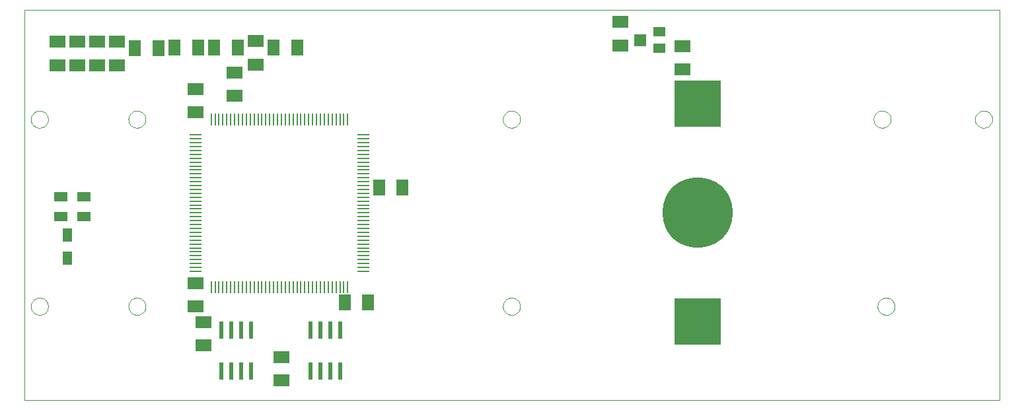
<source format=gbp>
G75*
G70*
%OFA0B0*%
%FSLAX24Y24*%
%IPPOS*%
%LPD*%
%AMOC8*
5,1,8,0,0,1.08239X$1,22.5*
%
%ADD10C,0.0000*%
%ADD11R,0.0591X0.0787*%
%ADD12R,0.0787X0.0591*%
%ADD13R,0.0236X0.0866*%
%ADD14R,0.0106X0.0591*%
%ADD15R,0.0591X0.0106*%
%ADD16R,0.0591X0.0630*%
%ADD17R,0.0591X0.0512*%
%ADD18R,0.0709X0.0472*%
%ADD19R,0.0472X0.0709*%
%ADD20R,0.2362X0.2362*%
%ADD21C,0.3543*%
D10*
X001762Y001671D02*
X001762Y021392D01*
X050959Y021392D01*
X050959Y001671D01*
X001762Y001671D01*
X002093Y006408D02*
X002095Y006450D01*
X002101Y006491D01*
X002111Y006532D01*
X002125Y006571D01*
X002143Y006609D01*
X002164Y006645D01*
X002188Y006679D01*
X002216Y006710D01*
X002247Y006739D01*
X002280Y006764D01*
X002316Y006786D01*
X002353Y006805D01*
X002392Y006820D01*
X002433Y006831D01*
X002474Y006838D01*
X002516Y006841D01*
X002557Y006840D01*
X002599Y006835D01*
X002640Y006826D01*
X002680Y006813D01*
X002718Y006796D01*
X002754Y006776D01*
X002789Y006752D01*
X002821Y006725D01*
X002850Y006695D01*
X002876Y006663D01*
X002899Y006628D01*
X002919Y006590D01*
X002934Y006552D01*
X002946Y006512D01*
X002954Y006471D01*
X002958Y006429D01*
X002958Y006387D01*
X002954Y006345D01*
X002946Y006304D01*
X002934Y006264D01*
X002919Y006226D01*
X002899Y006188D01*
X002876Y006153D01*
X002850Y006121D01*
X002821Y006091D01*
X002789Y006064D01*
X002754Y006040D01*
X002718Y006020D01*
X002680Y006003D01*
X002640Y005990D01*
X002599Y005981D01*
X002557Y005976D01*
X002516Y005975D01*
X002474Y005978D01*
X002433Y005985D01*
X002392Y005996D01*
X002353Y006011D01*
X002316Y006030D01*
X002280Y006052D01*
X002247Y006077D01*
X002216Y006106D01*
X002188Y006137D01*
X002164Y006171D01*
X002143Y006207D01*
X002125Y006245D01*
X002111Y006284D01*
X002101Y006325D01*
X002095Y006366D01*
X002093Y006408D01*
X007014Y006408D02*
X007016Y006450D01*
X007022Y006491D01*
X007032Y006532D01*
X007046Y006571D01*
X007064Y006609D01*
X007085Y006645D01*
X007109Y006679D01*
X007137Y006710D01*
X007168Y006739D01*
X007201Y006764D01*
X007237Y006786D01*
X007274Y006805D01*
X007313Y006820D01*
X007354Y006831D01*
X007395Y006838D01*
X007437Y006841D01*
X007478Y006840D01*
X007520Y006835D01*
X007561Y006826D01*
X007601Y006813D01*
X007639Y006796D01*
X007675Y006776D01*
X007710Y006752D01*
X007742Y006725D01*
X007771Y006695D01*
X007797Y006663D01*
X007820Y006628D01*
X007840Y006590D01*
X007855Y006552D01*
X007867Y006512D01*
X007875Y006471D01*
X007879Y006429D01*
X007879Y006387D01*
X007875Y006345D01*
X007867Y006304D01*
X007855Y006264D01*
X007840Y006226D01*
X007820Y006188D01*
X007797Y006153D01*
X007771Y006121D01*
X007742Y006091D01*
X007710Y006064D01*
X007675Y006040D01*
X007639Y006020D01*
X007601Y006003D01*
X007561Y005990D01*
X007520Y005981D01*
X007478Y005976D01*
X007437Y005975D01*
X007395Y005978D01*
X007354Y005985D01*
X007313Y005996D01*
X007274Y006011D01*
X007237Y006030D01*
X007201Y006052D01*
X007168Y006077D01*
X007137Y006106D01*
X007109Y006137D01*
X007085Y006171D01*
X007064Y006207D01*
X007046Y006245D01*
X007032Y006284D01*
X007022Y006325D01*
X007016Y006366D01*
X007014Y006408D01*
X025912Y006408D02*
X025914Y006450D01*
X025920Y006491D01*
X025930Y006532D01*
X025944Y006571D01*
X025962Y006609D01*
X025983Y006645D01*
X026007Y006679D01*
X026035Y006710D01*
X026066Y006739D01*
X026099Y006764D01*
X026135Y006786D01*
X026172Y006805D01*
X026211Y006820D01*
X026252Y006831D01*
X026293Y006838D01*
X026335Y006841D01*
X026376Y006840D01*
X026418Y006835D01*
X026459Y006826D01*
X026499Y006813D01*
X026537Y006796D01*
X026573Y006776D01*
X026608Y006752D01*
X026640Y006725D01*
X026669Y006695D01*
X026695Y006663D01*
X026718Y006628D01*
X026738Y006590D01*
X026753Y006552D01*
X026765Y006512D01*
X026773Y006471D01*
X026777Y006429D01*
X026777Y006387D01*
X026773Y006345D01*
X026765Y006304D01*
X026753Y006264D01*
X026738Y006226D01*
X026718Y006188D01*
X026695Y006153D01*
X026669Y006121D01*
X026640Y006091D01*
X026608Y006064D01*
X026573Y006040D01*
X026537Y006020D01*
X026499Y006003D01*
X026459Y005990D01*
X026418Y005981D01*
X026376Y005976D01*
X026335Y005975D01*
X026293Y005978D01*
X026252Y005985D01*
X026211Y005996D01*
X026172Y006011D01*
X026135Y006030D01*
X026099Y006052D01*
X026066Y006077D01*
X026035Y006106D01*
X026007Y006137D01*
X025983Y006171D01*
X025962Y006207D01*
X025944Y006245D01*
X025930Y006284D01*
X025920Y006325D01*
X025914Y006366D01*
X025912Y006408D01*
X044809Y006408D02*
X044811Y006450D01*
X044817Y006491D01*
X044827Y006532D01*
X044841Y006571D01*
X044859Y006609D01*
X044880Y006645D01*
X044904Y006679D01*
X044932Y006710D01*
X044963Y006739D01*
X044996Y006764D01*
X045032Y006786D01*
X045069Y006805D01*
X045108Y006820D01*
X045149Y006831D01*
X045190Y006838D01*
X045232Y006841D01*
X045273Y006840D01*
X045315Y006835D01*
X045356Y006826D01*
X045396Y006813D01*
X045434Y006796D01*
X045470Y006776D01*
X045505Y006752D01*
X045537Y006725D01*
X045566Y006695D01*
X045592Y006663D01*
X045615Y006628D01*
X045635Y006590D01*
X045650Y006552D01*
X045662Y006512D01*
X045670Y006471D01*
X045674Y006429D01*
X045674Y006387D01*
X045670Y006345D01*
X045662Y006304D01*
X045650Y006264D01*
X045635Y006226D01*
X045615Y006188D01*
X045592Y006153D01*
X045566Y006121D01*
X045537Y006091D01*
X045505Y006064D01*
X045470Y006040D01*
X045434Y006020D01*
X045396Y006003D01*
X045356Y005990D01*
X045315Y005981D01*
X045273Y005976D01*
X045232Y005975D01*
X045190Y005978D01*
X045149Y005985D01*
X045108Y005996D01*
X045069Y006011D01*
X045032Y006030D01*
X044996Y006052D01*
X044963Y006077D01*
X044932Y006106D01*
X044904Y006137D01*
X044880Y006171D01*
X044859Y006207D01*
X044841Y006245D01*
X044827Y006284D01*
X044817Y006325D01*
X044811Y006366D01*
X044809Y006408D01*
X044612Y015856D02*
X044614Y015898D01*
X044620Y015939D01*
X044630Y015980D01*
X044644Y016019D01*
X044662Y016057D01*
X044683Y016093D01*
X044707Y016127D01*
X044735Y016158D01*
X044766Y016187D01*
X044799Y016212D01*
X044835Y016234D01*
X044872Y016253D01*
X044911Y016268D01*
X044952Y016279D01*
X044993Y016286D01*
X045035Y016289D01*
X045076Y016288D01*
X045118Y016283D01*
X045159Y016274D01*
X045199Y016261D01*
X045237Y016244D01*
X045273Y016224D01*
X045308Y016200D01*
X045340Y016173D01*
X045369Y016143D01*
X045395Y016111D01*
X045418Y016076D01*
X045438Y016038D01*
X045453Y016000D01*
X045465Y015960D01*
X045473Y015919D01*
X045477Y015877D01*
X045477Y015835D01*
X045473Y015793D01*
X045465Y015752D01*
X045453Y015712D01*
X045438Y015674D01*
X045418Y015636D01*
X045395Y015601D01*
X045369Y015569D01*
X045340Y015539D01*
X045308Y015512D01*
X045273Y015488D01*
X045237Y015468D01*
X045199Y015451D01*
X045159Y015438D01*
X045118Y015429D01*
X045076Y015424D01*
X045035Y015423D01*
X044993Y015426D01*
X044952Y015433D01*
X044911Y015444D01*
X044872Y015459D01*
X044835Y015478D01*
X044799Y015500D01*
X044766Y015525D01*
X044735Y015554D01*
X044707Y015585D01*
X044683Y015619D01*
X044662Y015655D01*
X044644Y015693D01*
X044630Y015732D01*
X044620Y015773D01*
X044614Y015814D01*
X044612Y015856D01*
X049730Y015856D02*
X049732Y015898D01*
X049738Y015939D01*
X049748Y015980D01*
X049762Y016019D01*
X049780Y016057D01*
X049801Y016093D01*
X049825Y016127D01*
X049853Y016158D01*
X049884Y016187D01*
X049917Y016212D01*
X049953Y016234D01*
X049990Y016253D01*
X050029Y016268D01*
X050070Y016279D01*
X050111Y016286D01*
X050153Y016289D01*
X050194Y016288D01*
X050236Y016283D01*
X050277Y016274D01*
X050317Y016261D01*
X050355Y016244D01*
X050391Y016224D01*
X050426Y016200D01*
X050458Y016173D01*
X050487Y016143D01*
X050513Y016111D01*
X050536Y016076D01*
X050556Y016038D01*
X050571Y016000D01*
X050583Y015960D01*
X050591Y015919D01*
X050595Y015877D01*
X050595Y015835D01*
X050591Y015793D01*
X050583Y015752D01*
X050571Y015712D01*
X050556Y015674D01*
X050536Y015636D01*
X050513Y015601D01*
X050487Y015569D01*
X050458Y015539D01*
X050426Y015512D01*
X050391Y015488D01*
X050355Y015468D01*
X050317Y015451D01*
X050277Y015438D01*
X050236Y015429D01*
X050194Y015424D01*
X050153Y015423D01*
X050111Y015426D01*
X050070Y015433D01*
X050029Y015444D01*
X049990Y015459D01*
X049953Y015478D01*
X049917Y015500D01*
X049884Y015525D01*
X049853Y015554D01*
X049825Y015585D01*
X049801Y015619D01*
X049780Y015655D01*
X049762Y015693D01*
X049748Y015732D01*
X049738Y015773D01*
X049732Y015814D01*
X049730Y015856D01*
X025912Y015856D02*
X025914Y015898D01*
X025920Y015939D01*
X025930Y015980D01*
X025944Y016019D01*
X025962Y016057D01*
X025983Y016093D01*
X026007Y016127D01*
X026035Y016158D01*
X026066Y016187D01*
X026099Y016212D01*
X026135Y016234D01*
X026172Y016253D01*
X026211Y016268D01*
X026252Y016279D01*
X026293Y016286D01*
X026335Y016289D01*
X026376Y016288D01*
X026418Y016283D01*
X026459Y016274D01*
X026499Y016261D01*
X026537Y016244D01*
X026573Y016224D01*
X026608Y016200D01*
X026640Y016173D01*
X026669Y016143D01*
X026695Y016111D01*
X026718Y016076D01*
X026738Y016038D01*
X026753Y016000D01*
X026765Y015960D01*
X026773Y015919D01*
X026777Y015877D01*
X026777Y015835D01*
X026773Y015793D01*
X026765Y015752D01*
X026753Y015712D01*
X026738Y015674D01*
X026718Y015636D01*
X026695Y015601D01*
X026669Y015569D01*
X026640Y015539D01*
X026608Y015512D01*
X026573Y015488D01*
X026537Y015468D01*
X026499Y015451D01*
X026459Y015438D01*
X026418Y015429D01*
X026376Y015424D01*
X026335Y015423D01*
X026293Y015426D01*
X026252Y015433D01*
X026211Y015444D01*
X026172Y015459D01*
X026135Y015478D01*
X026099Y015500D01*
X026066Y015525D01*
X026035Y015554D01*
X026007Y015585D01*
X025983Y015619D01*
X025962Y015655D01*
X025944Y015693D01*
X025930Y015732D01*
X025920Y015773D01*
X025914Y015814D01*
X025912Y015856D01*
X007014Y015856D02*
X007016Y015898D01*
X007022Y015939D01*
X007032Y015980D01*
X007046Y016019D01*
X007064Y016057D01*
X007085Y016093D01*
X007109Y016127D01*
X007137Y016158D01*
X007168Y016187D01*
X007201Y016212D01*
X007237Y016234D01*
X007274Y016253D01*
X007313Y016268D01*
X007354Y016279D01*
X007395Y016286D01*
X007437Y016289D01*
X007478Y016288D01*
X007520Y016283D01*
X007561Y016274D01*
X007601Y016261D01*
X007639Y016244D01*
X007675Y016224D01*
X007710Y016200D01*
X007742Y016173D01*
X007771Y016143D01*
X007797Y016111D01*
X007820Y016076D01*
X007840Y016038D01*
X007855Y016000D01*
X007867Y015960D01*
X007875Y015919D01*
X007879Y015877D01*
X007879Y015835D01*
X007875Y015793D01*
X007867Y015752D01*
X007855Y015712D01*
X007840Y015674D01*
X007820Y015636D01*
X007797Y015601D01*
X007771Y015569D01*
X007742Y015539D01*
X007710Y015512D01*
X007675Y015488D01*
X007639Y015468D01*
X007601Y015451D01*
X007561Y015438D01*
X007520Y015429D01*
X007478Y015424D01*
X007437Y015423D01*
X007395Y015426D01*
X007354Y015433D01*
X007313Y015444D01*
X007274Y015459D01*
X007237Y015478D01*
X007201Y015500D01*
X007168Y015525D01*
X007137Y015554D01*
X007109Y015585D01*
X007085Y015619D01*
X007064Y015655D01*
X007046Y015693D01*
X007032Y015732D01*
X007022Y015773D01*
X007016Y015814D01*
X007014Y015856D01*
X002093Y015856D02*
X002095Y015898D01*
X002101Y015939D01*
X002111Y015980D01*
X002125Y016019D01*
X002143Y016057D01*
X002164Y016093D01*
X002188Y016127D01*
X002216Y016158D01*
X002247Y016187D01*
X002280Y016212D01*
X002316Y016234D01*
X002353Y016253D01*
X002392Y016268D01*
X002433Y016279D01*
X002474Y016286D01*
X002516Y016289D01*
X002557Y016288D01*
X002599Y016283D01*
X002640Y016274D01*
X002680Y016261D01*
X002718Y016244D01*
X002754Y016224D01*
X002789Y016200D01*
X002821Y016173D01*
X002850Y016143D01*
X002876Y016111D01*
X002899Y016076D01*
X002919Y016038D01*
X002934Y016000D01*
X002946Y015960D01*
X002954Y015919D01*
X002958Y015877D01*
X002958Y015835D01*
X002954Y015793D01*
X002946Y015752D01*
X002934Y015712D01*
X002919Y015674D01*
X002899Y015636D01*
X002876Y015601D01*
X002850Y015569D01*
X002821Y015539D01*
X002789Y015512D01*
X002754Y015488D01*
X002718Y015468D01*
X002680Y015451D01*
X002640Y015438D01*
X002599Y015429D01*
X002557Y015424D01*
X002516Y015423D01*
X002474Y015426D01*
X002433Y015433D01*
X002392Y015444D01*
X002353Y015459D01*
X002316Y015478D01*
X002280Y015500D01*
X002247Y015525D01*
X002216Y015554D01*
X002188Y015585D01*
X002164Y015619D01*
X002143Y015655D01*
X002125Y015693D01*
X002111Y015732D01*
X002101Y015773D01*
X002095Y015814D01*
X002093Y015856D01*
D11*
X007345Y019433D03*
X008526Y019433D03*
X009345Y019465D03*
X010526Y019465D03*
X011345Y019465D03*
X012526Y019465D03*
X014345Y019465D03*
X015526Y019465D03*
X019652Y012411D03*
X020833Y012411D03*
X019110Y006604D03*
X017929Y006604D03*
D12*
X014730Y003849D03*
X014730Y002667D03*
X010793Y004439D03*
X010793Y005620D03*
X010400Y006408D03*
X010400Y007589D03*
X010400Y016201D03*
X012368Y017037D03*
X010400Y017382D03*
X012368Y018219D03*
X013435Y018624D03*
X013435Y019805D03*
X006435Y019774D03*
X005435Y019774D03*
X004435Y019774D03*
X003435Y019774D03*
X003435Y018593D03*
X004435Y018593D03*
X005435Y018593D03*
X006435Y018593D03*
X031833Y019583D03*
X031833Y020764D03*
X034961Y019551D03*
X034961Y018370D03*
D13*
X017685Y005207D03*
X017185Y005207D03*
X016685Y005207D03*
X016185Y005207D03*
X013185Y005207D03*
X012685Y005207D03*
X012185Y005207D03*
X011685Y005207D03*
X011685Y003160D03*
X012185Y003160D03*
X012685Y003160D03*
X013185Y003160D03*
X016185Y003160D03*
X016685Y003160D03*
X017185Y003160D03*
X017685Y003160D03*
D14*
X017683Y007392D03*
X017486Y007392D03*
X017289Y007392D03*
X017093Y007392D03*
X016896Y007392D03*
X016699Y007392D03*
X016502Y007392D03*
X016305Y007392D03*
X016108Y007392D03*
X015911Y007392D03*
X015715Y007392D03*
X015518Y007392D03*
X015321Y007392D03*
X015124Y007392D03*
X014927Y007392D03*
X014730Y007392D03*
X014534Y007392D03*
X014337Y007392D03*
X014140Y007392D03*
X013943Y007392D03*
X013746Y007392D03*
X013549Y007392D03*
X013352Y007392D03*
X013156Y007392D03*
X012959Y007392D03*
X012762Y007392D03*
X012565Y007392D03*
X012368Y007392D03*
X012171Y007392D03*
X011974Y007392D03*
X011778Y007392D03*
X011581Y007392D03*
X011384Y007392D03*
X011187Y007392D03*
X017880Y007392D03*
X018077Y007392D03*
X018077Y015856D03*
X017880Y015856D03*
X017683Y015856D03*
X017486Y015856D03*
X017289Y015856D03*
X017093Y015856D03*
X016896Y015856D03*
X016699Y015856D03*
X016502Y015856D03*
X016305Y015856D03*
X016108Y015856D03*
X015911Y015856D03*
X015715Y015856D03*
X015518Y015856D03*
X015321Y015856D03*
X015124Y015856D03*
X014927Y015856D03*
X014730Y015856D03*
X014534Y015856D03*
X014337Y015856D03*
X014140Y015856D03*
X013943Y015856D03*
X013746Y015856D03*
X013549Y015856D03*
X013352Y015856D03*
X013156Y015856D03*
X012959Y015856D03*
X012762Y015856D03*
X012565Y015856D03*
X012368Y015856D03*
X012171Y015856D03*
X011974Y015856D03*
X011778Y015856D03*
X011581Y015856D03*
X011384Y015856D03*
X011187Y015856D03*
D15*
X010400Y015069D03*
X010400Y014872D03*
X010400Y014675D03*
X010400Y014478D03*
X010400Y014282D03*
X010400Y014085D03*
X010400Y013888D03*
X010400Y013691D03*
X010400Y013494D03*
X010400Y013297D03*
X010400Y013100D03*
X010400Y012904D03*
X010400Y012707D03*
X010400Y012510D03*
X010400Y012313D03*
X010400Y012116D03*
X010400Y011919D03*
X010400Y011723D03*
X010400Y011526D03*
X010400Y011329D03*
X010400Y011132D03*
X010400Y010935D03*
X010400Y010738D03*
X010400Y010541D03*
X010400Y010345D03*
X010400Y010148D03*
X010400Y009951D03*
X010400Y009754D03*
X010400Y009557D03*
X010400Y009360D03*
X010400Y009163D03*
X010400Y008967D03*
X010400Y008770D03*
X010400Y008573D03*
X010400Y008376D03*
X010400Y008179D03*
X018864Y008179D03*
X018864Y008376D03*
X018864Y008573D03*
X018864Y008770D03*
X018864Y008967D03*
X018864Y009163D03*
X018864Y009360D03*
X018864Y009557D03*
X018864Y009754D03*
X018864Y009951D03*
X018864Y010148D03*
X018864Y010345D03*
X018864Y010541D03*
X018864Y010738D03*
X018864Y010935D03*
X018864Y011132D03*
X018864Y011329D03*
X018864Y011526D03*
X018864Y011723D03*
X018864Y011919D03*
X018864Y012116D03*
X018864Y012313D03*
X018864Y012510D03*
X018864Y012707D03*
X018864Y012904D03*
X018864Y013100D03*
X018864Y013297D03*
X018864Y013494D03*
X018864Y013691D03*
X018864Y013888D03*
X018864Y014085D03*
X018864Y014282D03*
X018864Y014478D03*
X018864Y014675D03*
X018864Y014872D03*
X018864Y015069D03*
D16*
X032817Y019852D03*
D17*
X033801Y019439D03*
X033801Y020266D03*
D18*
X004775Y011933D03*
X003595Y011933D03*
X003595Y010933D03*
X004775Y010933D03*
D19*
X003935Y010023D03*
X003935Y008843D03*
D20*
X035723Y005652D03*
X035723Y016652D03*
D21*
X035723Y011152D03*
M02*

</source>
